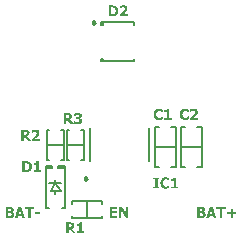
<source format=gto>
G04*
G04 #@! TF.GenerationSoftware,Altium Limited,Altium Designer,19.1.8 (144)*
G04*
G04 Layer_Color=65535*
%FSLAX25Y25*%
%MOIN*%
G70*
G01*
G75*
%ADD10C,0.00984*%
%ADD11C,0.00787*%
%ADD12C,0.00591*%
G36*
X63401Y51372D02*
X63461D01*
X63526Y51367D01*
X63656Y51352D01*
X63666D01*
X63686Y51347D01*
X63721Y51342D01*
X63766Y51332D01*
X63816Y51322D01*
X63871Y51312D01*
X63991Y51282D01*
X63996D01*
X64011Y51277D01*
X64036Y51267D01*
X64071Y51257D01*
X64111Y51242D01*
X64156Y51227D01*
X64256Y51182D01*
X64261Y51177D01*
X64281Y51172D01*
X64306Y51162D01*
X64341Y51147D01*
X64421Y51112D01*
X64461Y51092D01*
X64496Y51072D01*
Y50217D01*
X64401D01*
X64396Y50222D01*
X64391Y50227D01*
X64376Y50237D01*
X64356Y50257D01*
X64306Y50297D01*
X64236Y50352D01*
X64231Y50357D01*
X64221Y50367D01*
X64196Y50382D01*
X64171Y50402D01*
X64136Y50427D01*
X64101Y50452D01*
X64011Y50512D01*
X64006Y50517D01*
X63991Y50527D01*
X63961Y50537D01*
X63931Y50557D01*
X63886Y50577D01*
X63841Y50597D01*
X63786Y50622D01*
X63731Y50642D01*
X63726Y50647D01*
X63706Y50652D01*
X63676Y50662D01*
X63636Y50672D01*
X63586Y50682D01*
X63536Y50687D01*
X63476Y50697D01*
X63381D01*
X63346Y50692D01*
X63296Y50687D01*
X63241Y50682D01*
X63181Y50672D01*
X63121Y50652D01*
X63056Y50632D01*
X63051Y50627D01*
X63031Y50622D01*
X62996Y50607D01*
X62956Y50582D01*
X62911Y50552D01*
X62856Y50517D01*
X62801Y50472D01*
X62746Y50417D01*
X62741Y50412D01*
X62726Y50392D01*
X62701Y50362D01*
X62666Y50322D01*
X62631Y50267D01*
X62596Y50202D01*
X62561Y50127D01*
X62526Y50042D01*
Y50037D01*
X62521Y50032D01*
X62516Y50017D01*
X62511Y50002D01*
X62501Y49952D01*
X62486Y49887D01*
X62466Y49802D01*
X62456Y49707D01*
X62446Y49602D01*
X62441Y49487D01*
Y49482D01*
Y49472D01*
Y49457D01*
Y49432D01*
X62446Y49402D01*
Y49367D01*
X62451Y49292D01*
X62461Y49202D01*
X62476Y49107D01*
X62496Y49012D01*
X62526Y48922D01*
X62531Y48912D01*
X62541Y48882D01*
X62561Y48842D01*
X62591Y48792D01*
X62621Y48732D01*
X62661Y48667D01*
X62711Y48607D01*
X62761Y48552D01*
X62766Y48547D01*
X62786Y48532D01*
X62816Y48507D01*
X62856Y48477D01*
X62901Y48447D01*
X62956Y48412D01*
X63016Y48382D01*
X63076Y48357D01*
X63086D01*
X63106Y48347D01*
X63141Y48337D01*
X63186Y48327D01*
X63236Y48317D01*
X63296Y48307D01*
X63356Y48302D01*
X63421Y48297D01*
X63451D01*
X63486Y48302D01*
X63531D01*
X63581Y48312D01*
X63641Y48322D01*
X63701Y48332D01*
X63761Y48352D01*
X63766Y48357D01*
X63791Y48362D01*
X63821Y48377D01*
X63856Y48392D01*
X63901Y48412D01*
X63946Y48432D01*
X63991Y48462D01*
X64036Y48487D01*
X64041Y48492D01*
X64056Y48502D01*
X64081Y48517D01*
X64111Y48532D01*
X64181Y48582D01*
X64251Y48637D01*
X64256Y48642D01*
X64266Y48652D01*
X64281Y48662D01*
X64306Y48682D01*
X64356Y48727D01*
X64411Y48777D01*
X64496D01*
Y47927D01*
X64491D01*
X64476Y47917D01*
X64456Y47907D01*
X64431Y47897D01*
X64396Y47877D01*
X64356Y47862D01*
X64261Y47817D01*
X64256D01*
X64241Y47807D01*
X64211Y47797D01*
X64181Y47782D01*
X64141Y47767D01*
X64096Y47752D01*
X63996Y47717D01*
X63991D01*
X63966Y47712D01*
X63936Y47702D01*
X63891Y47692D01*
X63841Y47682D01*
X63791Y47667D01*
X63676Y47647D01*
X63671D01*
X63651Y47642D01*
X63616Y47637D01*
X63571Y47632D01*
X63516Y47627D01*
X63446Y47622D01*
X63361Y47617D01*
X63236D01*
X63191Y47622D01*
X63136Y47627D01*
X63066Y47632D01*
X62986Y47642D01*
X62901Y47657D01*
X62806Y47677D01*
X62701Y47702D01*
X62596Y47737D01*
X62491Y47777D01*
X62381Y47822D01*
X62276Y47882D01*
X62171Y47947D01*
X62076Y48022D01*
X61981Y48107D01*
X61976Y48112D01*
X61961Y48132D01*
X61936Y48157D01*
X61906Y48197D01*
X61871Y48247D01*
X61831Y48307D01*
X61786Y48382D01*
X61746Y48462D01*
X61701Y48557D01*
X61656Y48662D01*
X61616Y48772D01*
X61581Y48897D01*
X61551Y49032D01*
X61526Y49177D01*
X61511Y49327D01*
X61506Y49492D01*
Y49497D01*
Y49502D01*
Y49532D01*
X61511Y49577D01*
X61516Y49637D01*
X61521Y49707D01*
X61531Y49792D01*
X61546Y49887D01*
X61566Y49987D01*
X61591Y50092D01*
X61621Y50207D01*
X61661Y50317D01*
X61706Y50432D01*
X61761Y50547D01*
X61826Y50657D01*
X61896Y50762D01*
X61981Y50862D01*
X61986Y50867D01*
X62001Y50882D01*
X62031Y50912D01*
X62071Y50942D01*
X62116Y50982D01*
X62176Y51027D01*
X62246Y51072D01*
X62321Y51122D01*
X62411Y51167D01*
X62506Y51212D01*
X62611Y51257D01*
X62726Y51297D01*
X62851Y51332D01*
X62981Y51357D01*
X63121Y51372D01*
X63271Y51377D01*
X63346D01*
X63401Y51372D01*
D02*
G37*
G36*
X66316D02*
X66371Y51367D01*
X66431Y51362D01*
X66501Y51352D01*
X66576Y51342D01*
X66731Y51307D01*
X66816Y51282D01*
X66896Y51257D01*
X66976Y51222D01*
X67051Y51182D01*
X67121Y51137D01*
X67186Y51087D01*
X67191Y51082D01*
X67201Y51072D01*
X67216Y51057D01*
X67241Y51037D01*
X67266Y51007D01*
X67291Y50972D01*
X67321Y50927D01*
X67356Y50882D01*
X67386Y50827D01*
X67416Y50767D01*
X67441Y50697D01*
X67471Y50627D01*
X67491Y50552D01*
X67506Y50467D01*
X67516Y50377D01*
X67521Y50282D01*
Y50277D01*
Y50267D01*
Y50252D01*
Y50227D01*
X67516Y50197D01*
X67511Y50162D01*
X67501Y50082D01*
X67481Y49982D01*
X67456Y49877D01*
X67416Y49762D01*
X67366Y49647D01*
Y49642D01*
X67361Y49632D01*
X67351Y49617D01*
X67336Y49592D01*
X67321Y49567D01*
X67301Y49532D01*
X67246Y49452D01*
X67176Y49352D01*
X67091Y49242D01*
X66986Y49122D01*
X66866Y48992D01*
X66856Y48982D01*
X66831Y48957D01*
X66786Y48912D01*
X66731Y48862D01*
X66666Y48802D01*
X66596Y48737D01*
X66441Y48602D01*
X66431Y48597D01*
X66406Y48577D01*
X66371Y48547D01*
X66326Y48512D01*
X66226Y48432D01*
X66181Y48397D01*
X66141Y48367D01*
X67681D01*
Y47687D01*
X65021D01*
Y48272D01*
X65026Y48277D01*
X65036Y48282D01*
X65056Y48297D01*
X65076Y48317D01*
X65106Y48342D01*
X65141Y48372D01*
X65221Y48437D01*
X65316Y48512D01*
X65416Y48597D01*
X65521Y48687D01*
X65626Y48777D01*
X65631Y48782D01*
X65636Y48787D01*
X65651Y48802D01*
X65671Y48817D01*
X65721Y48862D01*
X65786Y48922D01*
X65861Y48992D01*
X65941Y49072D01*
X66021Y49152D01*
X66101Y49232D01*
X66106Y49237D01*
X66111Y49247D01*
X66126Y49257D01*
X66146Y49277D01*
X66191Y49332D01*
X66251Y49397D01*
X66311Y49477D01*
X66376Y49557D01*
X66436Y49642D01*
X66486Y49722D01*
X66491Y49732D01*
X66506Y49757D01*
X66526Y49802D01*
X66546Y49857D01*
X66566Y49922D01*
X66586Y49992D01*
X66601Y50072D01*
X66606Y50157D01*
Y50162D01*
Y50167D01*
Y50197D01*
X66596Y50247D01*
X66586Y50302D01*
X66566Y50362D01*
X66541Y50427D01*
X66501Y50492D01*
X66451Y50547D01*
X66446Y50552D01*
X66426Y50567D01*
X66391Y50592D01*
X66341Y50617D01*
X66281Y50637D01*
X66211Y50662D01*
X66126Y50677D01*
X66031Y50682D01*
X65981D01*
X65946Y50677D01*
X65906Y50672D01*
X65866Y50667D01*
X65771Y50647D01*
X65766D01*
X65751Y50642D01*
X65726Y50632D01*
X65691Y50622D01*
X65656Y50612D01*
X65611Y50592D01*
X65521Y50557D01*
X65516D01*
X65501Y50547D01*
X65476Y50537D01*
X65446Y50522D01*
X65376Y50487D01*
X65306Y50442D01*
X65301D01*
X65291Y50432D01*
X65261Y50412D01*
X65216Y50387D01*
X65181Y50362D01*
X65111D01*
Y51147D01*
X65116Y51152D01*
X65141Y51162D01*
X65176Y51177D01*
X65226Y51192D01*
X65291Y51217D01*
X65376Y51242D01*
X65471Y51267D01*
X65586Y51297D01*
X65591D01*
X65601Y51302D01*
X65616Y51307D01*
X65641Y51312D01*
X65671Y51317D01*
X65706Y51322D01*
X65786Y51337D01*
X65881Y51352D01*
X65986Y51367D01*
X66096Y51372D01*
X66211Y51377D01*
X66271D01*
X66316Y51372D01*
D02*
G37*
G36*
X54720Y51352D02*
X54780D01*
X54845Y51347D01*
X54975Y51332D01*
X54985D01*
X55005Y51327D01*
X55040Y51322D01*
X55085Y51312D01*
X55135Y51302D01*
X55190Y51292D01*
X55310Y51262D01*
X55315D01*
X55330Y51257D01*
X55355Y51247D01*
X55390Y51237D01*
X55430Y51222D01*
X55475Y51207D01*
X55575Y51162D01*
X55580Y51157D01*
X55600Y51152D01*
X55625Y51142D01*
X55660Y51127D01*
X55740Y51092D01*
X55780Y51072D01*
X55815Y51052D01*
Y50197D01*
X55720D01*
X55715Y50202D01*
X55710Y50207D01*
X55695Y50217D01*
X55675Y50237D01*
X55625Y50277D01*
X55555Y50332D01*
X55550Y50337D01*
X55540Y50347D01*
X55515Y50362D01*
X55490Y50382D01*
X55455Y50407D01*
X55420Y50432D01*
X55330Y50492D01*
X55325Y50497D01*
X55310Y50507D01*
X55280Y50517D01*
X55250Y50537D01*
X55205Y50557D01*
X55160Y50577D01*
X55105Y50602D01*
X55050Y50622D01*
X55045Y50627D01*
X55025Y50632D01*
X54995Y50642D01*
X54955Y50652D01*
X54905Y50662D01*
X54855Y50667D01*
X54795Y50677D01*
X54700D01*
X54665Y50672D01*
X54615Y50667D01*
X54560Y50662D01*
X54500Y50652D01*
X54440Y50632D01*
X54375Y50612D01*
X54370Y50607D01*
X54350Y50602D01*
X54315Y50587D01*
X54275Y50562D01*
X54230Y50532D01*
X54175Y50497D01*
X54120Y50452D01*
X54065Y50397D01*
X54060Y50392D01*
X54045Y50372D01*
X54020Y50342D01*
X53985Y50302D01*
X53950Y50247D01*
X53915Y50182D01*
X53880Y50107D01*
X53845Y50022D01*
Y50017D01*
X53840Y50012D01*
X53835Y49997D01*
X53830Y49982D01*
X53820Y49932D01*
X53805Y49867D01*
X53785Y49782D01*
X53775Y49687D01*
X53765Y49582D01*
X53760Y49467D01*
Y49462D01*
Y49452D01*
Y49437D01*
Y49412D01*
X53765Y49382D01*
Y49347D01*
X53770Y49272D01*
X53780Y49182D01*
X53795Y49087D01*
X53815Y48992D01*
X53845Y48902D01*
X53850Y48892D01*
X53860Y48862D01*
X53880Y48822D01*
X53910Y48772D01*
X53940Y48712D01*
X53980Y48647D01*
X54030Y48587D01*
X54080Y48532D01*
X54085Y48527D01*
X54105Y48512D01*
X54135Y48487D01*
X54175Y48457D01*
X54220Y48427D01*
X54275Y48392D01*
X54335Y48362D01*
X54395Y48337D01*
X54405D01*
X54425Y48327D01*
X54460Y48317D01*
X54505Y48307D01*
X54555Y48297D01*
X54615Y48287D01*
X54675Y48282D01*
X54740Y48277D01*
X54770D01*
X54805Y48282D01*
X54850D01*
X54900Y48292D01*
X54960Y48302D01*
X55020Y48312D01*
X55080Y48332D01*
X55085Y48337D01*
X55110Y48342D01*
X55140Y48357D01*
X55175Y48372D01*
X55220Y48392D01*
X55265Y48412D01*
X55310Y48442D01*
X55355Y48467D01*
X55360Y48472D01*
X55375Y48482D01*
X55400Y48497D01*
X55430Y48512D01*
X55500Y48562D01*
X55570Y48617D01*
X55575Y48622D01*
X55585Y48632D01*
X55600Y48642D01*
X55625Y48662D01*
X55675Y48707D01*
X55730Y48757D01*
X55815D01*
Y47907D01*
X55810D01*
X55795Y47897D01*
X55775Y47887D01*
X55750Y47877D01*
X55715Y47857D01*
X55675Y47842D01*
X55580Y47797D01*
X55575D01*
X55560Y47787D01*
X55530Y47777D01*
X55500Y47762D01*
X55460Y47747D01*
X55415Y47732D01*
X55315Y47697D01*
X55310D01*
X55285Y47692D01*
X55255Y47682D01*
X55210Y47672D01*
X55160Y47662D01*
X55110Y47647D01*
X54995Y47627D01*
X54990D01*
X54970Y47622D01*
X54935Y47617D01*
X54890Y47612D01*
X54835Y47607D01*
X54765Y47602D01*
X54680Y47597D01*
X54555D01*
X54510Y47602D01*
X54455Y47607D01*
X54385Y47612D01*
X54305Y47622D01*
X54220Y47637D01*
X54125Y47657D01*
X54020Y47682D01*
X53915Y47717D01*
X53810Y47757D01*
X53700Y47802D01*
X53595Y47862D01*
X53490Y47927D01*
X53395Y48002D01*
X53300Y48087D01*
X53295Y48092D01*
X53280Y48112D01*
X53255Y48137D01*
X53225Y48177D01*
X53190Y48227D01*
X53150Y48287D01*
X53105Y48362D01*
X53065Y48442D01*
X53020Y48537D01*
X52975Y48642D01*
X52935Y48752D01*
X52900Y48877D01*
X52870Y49012D01*
X52845Y49157D01*
X52830Y49307D01*
X52825Y49472D01*
Y49477D01*
Y49482D01*
Y49512D01*
X52830Y49557D01*
X52835Y49617D01*
X52840Y49687D01*
X52850Y49772D01*
X52865Y49867D01*
X52885Y49967D01*
X52910Y50072D01*
X52940Y50187D01*
X52980Y50297D01*
X53025Y50412D01*
X53080Y50527D01*
X53145Y50637D01*
X53215Y50742D01*
X53300Y50842D01*
X53305Y50847D01*
X53320Y50862D01*
X53350Y50892D01*
X53390Y50922D01*
X53435Y50962D01*
X53495Y51007D01*
X53565Y51052D01*
X53640Y51102D01*
X53730Y51147D01*
X53825Y51192D01*
X53930Y51237D01*
X54045Y51277D01*
X54170Y51312D01*
X54300Y51337D01*
X54440Y51352D01*
X54590Y51357D01*
X54665D01*
X54720Y51352D01*
D02*
G37*
G36*
X58090Y48297D02*
X58835D01*
Y47667D01*
X56450D01*
Y48297D01*
X57210D01*
Y50207D01*
X56450D01*
Y50797D01*
X56510D01*
X56555Y50802D01*
X56605D01*
X56660Y50807D01*
X56780Y50817D01*
X56785D01*
X56810Y50822D01*
X56840Y50827D01*
X56875Y50832D01*
X56960Y50857D01*
X57005Y50872D01*
X57045Y50887D01*
X57050Y50892D01*
X57065Y50897D01*
X57085Y50912D01*
X57110Y50927D01*
X57170Y50977D01*
X57225Y51042D01*
X57230Y51047D01*
X57235Y51062D01*
X57245Y51082D01*
X57260Y51112D01*
X57270Y51147D01*
X57280Y51192D01*
X57290Y51237D01*
X57295Y51292D01*
X58090D01*
Y48297D01*
D02*
G37*
G36*
X27685Y49945D02*
X27760D01*
X27850Y49935D01*
X27945Y49925D01*
X28040Y49910D01*
X28130Y49890D01*
X28140D01*
X28170Y49880D01*
X28215Y49865D01*
X28270Y49850D01*
X28330Y49825D01*
X28400Y49800D01*
X28470Y49765D01*
X28535Y49730D01*
X28545Y49725D01*
X28565Y49710D01*
X28600Y49685D01*
X28640Y49650D01*
X28685Y49610D01*
X28730Y49560D01*
X28775Y49505D01*
X28810Y49440D01*
X28815Y49430D01*
X28825Y49410D01*
X28840Y49375D01*
X28860Y49325D01*
X28875Y49265D01*
X28890Y49200D01*
X28900Y49125D01*
X28905Y49045D01*
Y49040D01*
Y49030D01*
Y49015D01*
X28900Y48995D01*
X28895Y48935D01*
X28885Y48860D01*
X28860Y48775D01*
X28830Y48685D01*
X28785Y48595D01*
X28725Y48505D01*
X28715Y48495D01*
X28695Y48470D01*
X28655Y48430D01*
X28600Y48380D01*
X28530Y48330D01*
X28450Y48280D01*
X28360Y48240D01*
X28255Y48205D01*
Y48170D01*
X28260D01*
X28275Y48165D01*
X28305Y48160D01*
X28335Y48155D01*
X28375Y48145D01*
X28415Y48135D01*
X28505Y48105D01*
X28510D01*
X28525Y48095D01*
X28550Y48085D01*
X28580Y48070D01*
X28620Y48050D01*
X28660Y48025D01*
X28700Y47990D01*
X28745Y47955D01*
X28750Y47950D01*
X28765Y47940D01*
X28785Y47915D01*
X28810Y47890D01*
X28835Y47855D01*
X28870Y47810D01*
X28895Y47765D01*
X28925Y47710D01*
X28930Y47705D01*
X28935Y47685D01*
X28950Y47650D01*
X28965Y47610D01*
X28975Y47560D01*
X28990Y47495D01*
X28995Y47430D01*
X29000Y47355D01*
Y47350D01*
Y47345D01*
Y47330D01*
Y47310D01*
X28995Y47260D01*
X28990Y47195D01*
X28975Y47120D01*
X28960Y47040D01*
X28935Y46955D01*
X28900Y46870D01*
X28895Y46860D01*
X28880Y46835D01*
X28860Y46795D01*
X28825Y46740D01*
X28785Y46685D01*
X28735Y46620D01*
X28675Y46560D01*
X28610Y46500D01*
X28600Y46495D01*
X28575Y46475D01*
X28535Y46445D01*
X28485Y46415D01*
X28415Y46375D01*
X28340Y46335D01*
X28255Y46300D01*
X28160Y46265D01*
X28155D01*
X28150Y46260D01*
X28135D01*
X28115Y46255D01*
X28090Y46245D01*
X28060Y46240D01*
X27985Y46225D01*
X27895Y46210D01*
X27790Y46200D01*
X27670Y46190D01*
X27535Y46185D01*
X27425D01*
X27385Y46190D01*
X27335D01*
X27285Y46195D01*
X27170Y46200D01*
X27050Y46215D01*
X26925Y46230D01*
X26805Y46255D01*
X26800D01*
X26790Y46260D01*
X26775D01*
X26755Y46265D01*
X26700Y46280D01*
X26630Y46300D01*
X26555Y46325D01*
X26475Y46350D01*
X26395Y46380D01*
X26320Y46410D01*
Y47195D01*
X26405D01*
X26415Y47190D01*
X26440Y47175D01*
X26480Y47150D01*
X26540Y47120D01*
X26605Y47085D01*
X26685Y47045D01*
X26775Y47005D01*
X26870Y46970D01*
X26875D01*
X26880Y46965D01*
X26895Y46960D01*
X26915Y46955D01*
X26965Y46940D01*
X27035Y46925D01*
X27110Y46910D01*
X27190Y46895D01*
X27275Y46885D01*
X27360Y46880D01*
X27410D01*
X27445Y46885D01*
X27490D01*
X27535Y46890D01*
X27645Y46900D01*
X27650D01*
X27670Y46905D01*
X27700Y46910D01*
X27735Y46925D01*
X27820Y46955D01*
X27865Y46980D01*
X27905Y47005D01*
X27910Y47010D01*
X27920Y47015D01*
X27935Y47030D01*
X27955Y47045D01*
X28000Y47095D01*
X28040Y47155D01*
Y47160D01*
X28050Y47170D01*
X28055Y47190D01*
X28065Y47220D01*
X28075Y47255D01*
X28080Y47300D01*
X28090Y47350D01*
Y47410D01*
Y47415D01*
Y47435D01*
X28085Y47465D01*
X28080Y47500D01*
X28070Y47540D01*
X28060Y47580D01*
X28040Y47620D01*
X28015Y47655D01*
X28010Y47660D01*
X28000Y47670D01*
X27985Y47685D01*
X27965Y47705D01*
X27940Y47725D01*
X27910Y47750D01*
X27830Y47785D01*
X27825D01*
X27810Y47790D01*
X27785Y47800D01*
X27750Y47810D01*
X27710Y47815D01*
X27665Y47825D01*
X27610Y47830D01*
X27550Y47835D01*
X27490D01*
X27455Y47840D01*
X27110D01*
Y48470D01*
X27350D01*
X27395Y48475D01*
X27445D01*
X27550Y48480D01*
X27555D01*
X27575Y48485D01*
X27600D01*
X27630Y48495D01*
X27710Y48510D01*
X27785Y48540D01*
X27790D01*
X27800Y48550D01*
X27820Y48560D01*
X27840Y48575D01*
X27895Y48610D01*
X27940Y48665D01*
X27945Y48670D01*
X27950Y48680D01*
X27960Y48700D01*
X27970Y48725D01*
X27980Y48760D01*
X27985Y48800D01*
X27995Y48845D01*
Y48895D01*
Y48900D01*
Y48915D01*
X27990Y48930D01*
Y48955D01*
X27970Y49015D01*
X27960Y49045D01*
X27940Y49070D01*
Y49075D01*
X27930Y49080D01*
X27905Y49110D01*
X27865Y49145D01*
X27815Y49180D01*
X27810D01*
X27800Y49185D01*
X27780Y49195D01*
X27760Y49205D01*
X27730Y49215D01*
X27695Y49225D01*
X27610Y49240D01*
X27605D01*
X27590Y49245D01*
X27570D01*
X27545Y49250D01*
X27480Y49255D01*
X27365D01*
X27330Y49250D01*
X27290Y49245D01*
X27240Y49240D01*
X27140Y49220D01*
X27135D01*
X27115Y49215D01*
X27090Y49210D01*
X27055Y49200D01*
X27015Y49185D01*
X26970Y49175D01*
X26875Y49140D01*
X26870D01*
X26860Y49135D01*
X26835Y49125D01*
X26810Y49115D01*
X26780Y49100D01*
X26740Y49080D01*
X26660Y49040D01*
X26655D01*
X26640Y49030D01*
X26625Y49020D01*
X26600Y49005D01*
X26545Y48975D01*
X26520Y48965D01*
X26500Y48950D01*
X26425D01*
Y49720D01*
X26435Y49725D01*
X26460Y49735D01*
X26500Y49750D01*
X26555Y49770D01*
X26630Y49795D01*
X26715Y49820D01*
X26815Y49845D01*
X26925Y49875D01*
X26930D01*
X26940Y49880D01*
X26955D01*
X26980Y49885D01*
X27010Y49895D01*
X27040Y49900D01*
X27125Y49915D01*
X27220Y49925D01*
X27330Y49940D01*
X27450Y49945D01*
X27570Y49950D01*
X27655D01*
X27685Y49945D01*
D02*
G37*
G36*
X24465Y49870D02*
X24545Y49865D01*
X24630Y49860D01*
X24720Y49850D01*
X24805Y49835D01*
X24815D01*
X24845Y49825D01*
X24885Y49815D01*
X24940Y49800D01*
X25005Y49780D01*
X25075Y49755D01*
X25150Y49720D01*
X25220Y49680D01*
X25230Y49675D01*
X25250Y49660D01*
X25290Y49630D01*
X25330Y49595D01*
X25380Y49550D01*
X25435Y49495D01*
X25485Y49435D01*
X25530Y49365D01*
X25535Y49355D01*
X25550Y49330D01*
X25565Y49290D01*
X25590Y49235D01*
X25610Y49165D01*
X25625Y49080D01*
X25640Y48985D01*
X25645Y48880D01*
Y48875D01*
Y48860D01*
Y48840D01*
X25640Y48810D01*
Y48775D01*
X25635Y48735D01*
X25620Y48640D01*
X25600Y48535D01*
X25565Y48420D01*
X25520Y48310D01*
X25455Y48205D01*
Y48200D01*
X25445Y48195D01*
X25435Y48180D01*
X25420Y48160D01*
X25380Y48115D01*
X25325Y48055D01*
X25250Y47990D01*
X25165Y47925D01*
X25065Y47855D01*
X24955Y47795D01*
X26175Y46260D01*
X25065D01*
X24060Y47585D01*
X23740D01*
Y46260D01*
X22835D01*
Y49875D01*
X24390D01*
X24465Y49870D01*
D02*
G37*
G36*
X13556Y44433D02*
X13611Y44428D01*
X13671Y44423D01*
X13741Y44413D01*
X13816Y44403D01*
X13971Y44368D01*
X14056Y44343D01*
X14136Y44318D01*
X14216Y44283D01*
X14291Y44243D01*
X14361Y44198D01*
X14426Y44148D01*
X14431Y44143D01*
X14441Y44133D01*
X14456Y44118D01*
X14481Y44098D01*
X14506Y44068D01*
X14531Y44033D01*
X14561Y43988D01*
X14596Y43943D01*
X14626Y43888D01*
X14656Y43828D01*
X14681Y43758D01*
X14711Y43688D01*
X14731Y43613D01*
X14746Y43528D01*
X14756Y43438D01*
X14761Y43343D01*
Y43338D01*
Y43328D01*
Y43313D01*
Y43288D01*
X14756Y43258D01*
X14751Y43223D01*
X14741Y43143D01*
X14721Y43043D01*
X14696Y42938D01*
X14656Y42823D01*
X14606Y42708D01*
Y42703D01*
X14601Y42693D01*
X14591Y42678D01*
X14576Y42653D01*
X14561Y42628D01*
X14541Y42593D01*
X14486Y42513D01*
X14416Y42413D01*
X14331Y42303D01*
X14226Y42183D01*
X14106Y42053D01*
X14096Y42043D01*
X14071Y42018D01*
X14026Y41973D01*
X13971Y41923D01*
X13906Y41863D01*
X13836Y41798D01*
X13681Y41663D01*
X13671Y41658D01*
X13646Y41638D01*
X13611Y41608D01*
X13566Y41573D01*
X13466Y41493D01*
X13421Y41458D01*
X13381Y41428D01*
X14921D01*
Y40748D01*
X12261D01*
Y41333D01*
X12266Y41338D01*
X12276Y41343D01*
X12296Y41358D01*
X12316Y41378D01*
X12346Y41403D01*
X12381Y41433D01*
X12461Y41498D01*
X12556Y41573D01*
X12656Y41658D01*
X12761Y41748D01*
X12866Y41838D01*
X12871Y41843D01*
X12876Y41848D01*
X12891Y41863D01*
X12911Y41878D01*
X12961Y41923D01*
X13026Y41983D01*
X13101Y42053D01*
X13181Y42133D01*
X13261Y42213D01*
X13341Y42293D01*
X13346Y42298D01*
X13351Y42308D01*
X13366Y42318D01*
X13386Y42338D01*
X13431Y42393D01*
X13491Y42458D01*
X13551Y42538D01*
X13616Y42618D01*
X13676Y42703D01*
X13726Y42783D01*
X13731Y42793D01*
X13746Y42818D01*
X13766Y42863D01*
X13786Y42918D01*
X13806Y42983D01*
X13826Y43053D01*
X13841Y43133D01*
X13846Y43218D01*
Y43223D01*
Y43228D01*
Y43258D01*
X13836Y43308D01*
X13826Y43363D01*
X13806Y43423D01*
X13781Y43488D01*
X13741Y43553D01*
X13691Y43608D01*
X13686Y43613D01*
X13666Y43628D01*
X13631Y43653D01*
X13581Y43678D01*
X13521Y43698D01*
X13451Y43723D01*
X13366Y43738D01*
X13271Y43743D01*
X13221D01*
X13186Y43738D01*
X13146Y43733D01*
X13106Y43728D01*
X13011Y43708D01*
X13006D01*
X12991Y43703D01*
X12966Y43693D01*
X12931Y43683D01*
X12896Y43673D01*
X12851Y43653D01*
X12761Y43618D01*
X12756D01*
X12741Y43608D01*
X12716Y43598D01*
X12686Y43583D01*
X12616Y43548D01*
X12546Y43503D01*
X12541D01*
X12531Y43493D01*
X12501Y43473D01*
X12456Y43448D01*
X12421Y43423D01*
X12351D01*
Y44208D01*
X12356Y44213D01*
X12381Y44223D01*
X12416Y44238D01*
X12466Y44253D01*
X12531Y44278D01*
X12616Y44303D01*
X12711Y44328D01*
X12826Y44358D01*
X12831D01*
X12841Y44363D01*
X12856Y44368D01*
X12881Y44373D01*
X12911Y44378D01*
X12946Y44383D01*
X13026Y44398D01*
X13121Y44413D01*
X13226Y44428D01*
X13336Y44433D01*
X13451Y44438D01*
X13511D01*
X13556Y44433D01*
D02*
G37*
G36*
X10291Y44358D02*
X10371Y44353D01*
X10456Y44348D01*
X10546Y44338D01*
X10631Y44323D01*
X10641D01*
X10671Y44313D01*
X10711Y44303D01*
X10766Y44288D01*
X10831Y44268D01*
X10901Y44243D01*
X10976Y44208D01*
X11046Y44168D01*
X11056Y44163D01*
X11076Y44148D01*
X11116Y44118D01*
X11156Y44083D01*
X11206Y44038D01*
X11261Y43983D01*
X11311Y43923D01*
X11356Y43853D01*
X11361Y43843D01*
X11376Y43818D01*
X11391Y43778D01*
X11416Y43723D01*
X11436Y43653D01*
X11451Y43568D01*
X11466Y43473D01*
X11471Y43368D01*
Y43363D01*
Y43348D01*
Y43328D01*
X11466Y43298D01*
Y43263D01*
X11461Y43223D01*
X11446Y43128D01*
X11426Y43023D01*
X11391Y42908D01*
X11346Y42798D01*
X11281Y42693D01*
Y42688D01*
X11271Y42683D01*
X11261Y42668D01*
X11246Y42648D01*
X11206Y42603D01*
X11151Y42543D01*
X11076Y42478D01*
X10991Y42413D01*
X10891Y42343D01*
X10781Y42283D01*
X12001Y40748D01*
X10891D01*
X9886Y42073D01*
X9566D01*
Y40748D01*
X8661D01*
Y44363D01*
X10216D01*
X10291Y44358D01*
D02*
G37*
G36*
X28972Y10473D02*
X29717D01*
Y9843D01*
X27332D01*
Y10473D01*
X28092D01*
Y12382D01*
X27332D01*
Y12972D01*
X27392D01*
X27437Y12978D01*
X27487D01*
X27542Y12982D01*
X27662Y12992D01*
X27667D01*
X27692Y12998D01*
X27722Y13002D01*
X27757Y13007D01*
X27842Y13033D01*
X27887Y13047D01*
X27927Y13062D01*
X27932Y13068D01*
X27947Y13072D01*
X27967Y13088D01*
X27992Y13103D01*
X28052Y13152D01*
X28107Y13217D01*
X28112Y13223D01*
X28117Y13238D01*
X28127Y13258D01*
X28142Y13287D01*
X28152Y13322D01*
X28162Y13367D01*
X28172Y13412D01*
X28177Y13467D01*
X28972D01*
Y10473D01*
D02*
G37*
G36*
X25252Y13453D02*
X25332Y13447D01*
X25417Y13442D01*
X25507Y13432D01*
X25592Y13418D01*
X25602D01*
X25632Y13408D01*
X25672Y13397D01*
X25727Y13383D01*
X25792Y13363D01*
X25862Y13338D01*
X25937Y13303D01*
X26007Y13262D01*
X26017Y13258D01*
X26037Y13242D01*
X26077Y13213D01*
X26117Y13178D01*
X26167Y13133D01*
X26222Y13078D01*
X26272Y13017D01*
X26317Y12947D01*
X26322Y12937D01*
X26337Y12912D01*
X26352Y12873D01*
X26377Y12818D01*
X26397Y12747D01*
X26412Y12663D01*
X26427Y12567D01*
X26432Y12462D01*
Y12457D01*
Y12443D01*
Y12422D01*
X26427Y12393D01*
Y12358D01*
X26422Y12318D01*
X26407Y12223D01*
X26387Y12117D01*
X26352Y12003D01*
X26307Y11892D01*
X26242Y11788D01*
Y11783D01*
X26232Y11778D01*
X26222Y11762D01*
X26207Y11743D01*
X26167Y11698D01*
X26112Y11637D01*
X26037Y11573D01*
X25952Y11507D01*
X25852Y11438D01*
X25742Y11377D01*
X26962Y9843D01*
X25852D01*
X24847Y11168D01*
X24527D01*
Y9843D01*
X23622D01*
Y13457D01*
X25177D01*
X25252Y13453D01*
D02*
G37*
G36*
X14898Y16221D02*
X13288D01*
Y16891D01*
X14898D01*
Y16221D01*
D02*
G37*
G36*
X13028Y17886D02*
X11958D01*
Y14961D01*
X11048D01*
Y17886D01*
X9978D01*
Y18576D01*
X13028D01*
Y17886D01*
D02*
G37*
G36*
X9993Y14961D02*
X9058D01*
X8833Y15696D01*
X7693D01*
X7468Y14961D01*
X6563D01*
X7783Y18576D01*
X8768D01*
X9993Y14961D01*
D02*
G37*
G36*
X5043Y18571D02*
X5138Y18566D01*
X5238Y18561D01*
X5333Y18551D01*
X5418Y18541D01*
X5428D01*
X5453Y18536D01*
X5493Y18526D01*
X5543Y18516D01*
X5603Y18496D01*
X5668Y18476D01*
X5733Y18451D01*
X5803Y18416D01*
X5813Y18411D01*
X5833Y18396D01*
X5868Y18376D01*
X5913Y18341D01*
X5958Y18301D01*
X6008Y18256D01*
X6053Y18196D01*
X6093Y18136D01*
X6098Y18126D01*
X6108Y18106D01*
X6123Y18071D01*
X6143Y18021D01*
X6163Y17961D01*
X6178Y17891D01*
X6188Y17816D01*
X6193Y17731D01*
Y17726D01*
Y17721D01*
Y17706D01*
Y17686D01*
X6188Y17636D01*
X6178Y17571D01*
X6158Y17501D01*
X6138Y17421D01*
X6103Y17341D01*
X6058Y17261D01*
X6053Y17251D01*
X6033Y17226D01*
X6003Y17191D01*
X5963Y17146D01*
X5913Y17096D01*
X5848Y17046D01*
X5778Y16996D01*
X5693Y16956D01*
Y16936D01*
X5698D01*
X5708Y16931D01*
X5723Y16926D01*
X5748Y16921D01*
X5778Y16911D01*
X5808Y16901D01*
X5888Y16876D01*
X5973Y16836D01*
X6058Y16786D01*
X6148Y16721D01*
X6228Y16646D01*
X6238Y16636D01*
X6258Y16606D01*
X6293Y16561D01*
X6333Y16491D01*
X6368Y16411D01*
X6403Y16311D01*
X6423Y16196D01*
X6433Y16066D01*
Y16061D01*
Y16056D01*
Y16041D01*
Y16021D01*
X6428Y15971D01*
X6418Y15906D01*
X6408Y15831D01*
X6388Y15751D01*
X6363Y15671D01*
X6328Y15591D01*
X6323Y15581D01*
X6308Y15556D01*
X6288Y15521D01*
X6258Y15471D01*
X6218Y15421D01*
X6168Y15361D01*
X6113Y15306D01*
X6053Y15256D01*
X6043Y15251D01*
X6018Y15231D01*
X5978Y15201D01*
X5923Y15166D01*
X5858Y15131D01*
X5783Y15091D01*
X5698Y15056D01*
X5608Y15026D01*
X5603D01*
X5598Y15021D01*
X5583D01*
X5563Y15016D01*
X5538Y15011D01*
X5513Y15006D01*
X5438Y14996D01*
X5348Y14981D01*
X5243Y14971D01*
X5123Y14966D01*
X4988Y14961D01*
X3543D01*
Y18576D01*
X4953D01*
X5043Y18571D01*
D02*
G37*
G36*
X44344Y14961D02*
X43469D01*
X42079Y17481D01*
Y14961D01*
X41249D01*
Y18576D01*
X42359D01*
X43514Y16501D01*
Y18576D01*
X44344D01*
Y14961D01*
D02*
G37*
G36*
X40634Y17886D02*
X39094D01*
Y17251D01*
X40514D01*
Y16561D01*
X39094D01*
Y15651D01*
X40634D01*
Y14961D01*
X38189D01*
Y18576D01*
X40634D01*
Y17886D01*
D02*
G37*
G36*
X79158Y16866D02*
X80398D01*
Y16241D01*
X79158D01*
Y15001D01*
X78518D01*
Y16241D01*
X77278D01*
Y16866D01*
X78518D01*
Y18106D01*
X79158D01*
Y16866D01*
D02*
G37*
G36*
X76808Y17886D02*
X75738D01*
Y14961D01*
X74828D01*
Y17886D01*
X73758D01*
Y18576D01*
X76808D01*
Y17886D01*
D02*
G37*
G36*
X73773Y14961D02*
X72838D01*
X72613Y15696D01*
X71473D01*
X71248Y14961D01*
X70343D01*
X71563Y18576D01*
X72548D01*
X73773Y14961D01*
D02*
G37*
G36*
X68823Y18571D02*
X68918Y18566D01*
X69018Y18561D01*
X69113Y18551D01*
X69198Y18541D01*
X69208D01*
X69233Y18536D01*
X69273Y18526D01*
X69323Y18516D01*
X69383Y18496D01*
X69448Y18476D01*
X69513Y18451D01*
X69583Y18416D01*
X69593Y18411D01*
X69613Y18396D01*
X69648Y18376D01*
X69693Y18341D01*
X69738Y18301D01*
X69788Y18256D01*
X69833Y18196D01*
X69873Y18136D01*
X69878Y18126D01*
X69888Y18106D01*
X69903Y18071D01*
X69923Y18021D01*
X69943Y17961D01*
X69958Y17891D01*
X69968Y17816D01*
X69973Y17731D01*
Y17726D01*
Y17721D01*
Y17706D01*
Y17686D01*
X69968Y17636D01*
X69958Y17571D01*
X69938Y17501D01*
X69918Y17421D01*
X69883Y17341D01*
X69838Y17261D01*
X69833Y17251D01*
X69813Y17226D01*
X69783Y17191D01*
X69743Y17146D01*
X69693Y17096D01*
X69628Y17046D01*
X69558Y16996D01*
X69473Y16956D01*
Y16936D01*
X69478D01*
X69488Y16931D01*
X69503Y16926D01*
X69528Y16921D01*
X69558Y16911D01*
X69588Y16901D01*
X69668Y16876D01*
X69753Y16836D01*
X69838Y16786D01*
X69928Y16721D01*
X70008Y16646D01*
X70018Y16636D01*
X70038Y16606D01*
X70073Y16561D01*
X70113Y16491D01*
X70148Y16411D01*
X70183Y16311D01*
X70203Y16196D01*
X70213Y16066D01*
Y16061D01*
Y16056D01*
Y16041D01*
Y16021D01*
X70208Y15971D01*
X70198Y15906D01*
X70188Y15831D01*
X70168Y15751D01*
X70143Y15671D01*
X70108Y15591D01*
X70103Y15581D01*
X70088Y15556D01*
X70068Y15521D01*
X70038Y15471D01*
X69998Y15421D01*
X69948Y15361D01*
X69893Y15306D01*
X69833Y15256D01*
X69823Y15251D01*
X69798Y15231D01*
X69758Y15201D01*
X69703Y15166D01*
X69638Y15131D01*
X69563Y15091D01*
X69478Y15056D01*
X69388Y15026D01*
X69383D01*
X69378Y15021D01*
X69363D01*
X69343Y15016D01*
X69318Y15011D01*
X69293Y15006D01*
X69218Y14996D01*
X69128Y14981D01*
X69023Y14971D01*
X68903Y14966D01*
X68768Y14961D01*
X67323D01*
Y18576D01*
X68733D01*
X68823Y18571D01*
D02*
G37*
G36*
X56986Y28488D02*
X57046D01*
X57111Y28483D01*
X57241Y28468D01*
X57251D01*
X57271Y28463D01*
X57306Y28458D01*
X57351Y28448D01*
X57401Y28438D01*
X57456Y28428D01*
X57576Y28398D01*
X57581D01*
X57596Y28393D01*
X57621Y28383D01*
X57656Y28373D01*
X57696Y28358D01*
X57741Y28343D01*
X57841Y28298D01*
X57846Y28293D01*
X57866Y28288D01*
X57891Y28278D01*
X57926Y28263D01*
X58006Y28228D01*
X58046Y28208D01*
X58081Y28188D01*
Y27333D01*
X57986D01*
X57981Y27338D01*
X57976Y27343D01*
X57961Y27353D01*
X57941Y27373D01*
X57891Y27413D01*
X57821Y27468D01*
X57816Y27473D01*
X57806Y27483D01*
X57781Y27498D01*
X57756Y27518D01*
X57721Y27543D01*
X57686Y27568D01*
X57596Y27628D01*
X57591Y27633D01*
X57576Y27643D01*
X57546Y27653D01*
X57516Y27673D01*
X57471Y27693D01*
X57426Y27713D01*
X57371Y27738D01*
X57316Y27758D01*
X57311Y27763D01*
X57291Y27768D01*
X57261Y27778D01*
X57221Y27788D01*
X57171Y27798D01*
X57121Y27803D01*
X57061Y27813D01*
X56966D01*
X56931Y27808D01*
X56881Y27803D01*
X56826Y27798D01*
X56766Y27788D01*
X56706Y27768D01*
X56641Y27748D01*
X56636Y27743D01*
X56616Y27738D01*
X56581Y27723D01*
X56541Y27698D01*
X56496Y27668D01*
X56441Y27633D01*
X56386Y27588D01*
X56331Y27533D01*
X56326Y27528D01*
X56311Y27508D01*
X56286Y27478D01*
X56251Y27438D01*
X56216Y27383D01*
X56181Y27318D01*
X56146Y27243D01*
X56111Y27158D01*
Y27153D01*
X56106Y27148D01*
X56101Y27133D01*
X56096Y27118D01*
X56086Y27068D01*
X56071Y27003D01*
X56051Y26918D01*
X56041Y26823D01*
X56031Y26718D01*
X56026Y26603D01*
Y26598D01*
Y26588D01*
Y26573D01*
Y26548D01*
X56031Y26518D01*
Y26483D01*
X56036Y26408D01*
X56046Y26318D01*
X56061Y26223D01*
X56081Y26128D01*
X56111Y26038D01*
X56116Y26028D01*
X56126Y25998D01*
X56146Y25958D01*
X56176Y25908D01*
X56206Y25848D01*
X56246Y25783D01*
X56296Y25723D01*
X56346Y25668D01*
X56351Y25663D01*
X56371Y25648D01*
X56401Y25623D01*
X56441Y25593D01*
X56486Y25563D01*
X56541Y25528D01*
X56601Y25498D01*
X56661Y25473D01*
X56671D01*
X56691Y25463D01*
X56726Y25453D01*
X56771Y25443D01*
X56821Y25433D01*
X56881Y25423D01*
X56941Y25418D01*
X57006Y25413D01*
X57036D01*
X57071Y25418D01*
X57116D01*
X57166Y25428D01*
X57226Y25438D01*
X57286Y25448D01*
X57346Y25468D01*
X57351Y25473D01*
X57376Y25478D01*
X57406Y25493D01*
X57441Y25508D01*
X57486Y25528D01*
X57531Y25548D01*
X57576Y25578D01*
X57621Y25603D01*
X57626Y25608D01*
X57641Y25618D01*
X57666Y25633D01*
X57696Y25648D01*
X57766Y25698D01*
X57836Y25753D01*
X57841Y25758D01*
X57851Y25768D01*
X57866Y25778D01*
X57891Y25798D01*
X57941Y25843D01*
X57996Y25893D01*
X58081D01*
Y25043D01*
X58076D01*
X58061Y25033D01*
X58041Y25023D01*
X58016Y25013D01*
X57981Y24993D01*
X57941Y24978D01*
X57846Y24933D01*
X57841D01*
X57826Y24923D01*
X57796Y24913D01*
X57766Y24898D01*
X57726Y24883D01*
X57681Y24868D01*
X57581Y24833D01*
X57576D01*
X57551Y24828D01*
X57521Y24818D01*
X57476Y24808D01*
X57426Y24798D01*
X57376Y24783D01*
X57261Y24763D01*
X57256D01*
X57236Y24758D01*
X57201Y24753D01*
X57156Y24748D01*
X57101Y24743D01*
X57031Y24738D01*
X56946Y24733D01*
X56821D01*
X56776Y24738D01*
X56721Y24743D01*
X56651Y24748D01*
X56571Y24758D01*
X56486Y24773D01*
X56391Y24793D01*
X56286Y24818D01*
X56181Y24853D01*
X56076Y24893D01*
X55966Y24938D01*
X55861Y24998D01*
X55756Y25063D01*
X55661Y25138D01*
X55566Y25223D01*
X55561Y25228D01*
X55546Y25248D01*
X55521Y25273D01*
X55491Y25313D01*
X55456Y25363D01*
X55416Y25423D01*
X55371Y25498D01*
X55331Y25578D01*
X55286Y25673D01*
X55241Y25778D01*
X55201Y25888D01*
X55166Y26013D01*
X55136Y26148D01*
X55111Y26293D01*
X55096Y26443D01*
X55091Y26608D01*
Y26613D01*
Y26618D01*
Y26648D01*
X55096Y26693D01*
X55101Y26753D01*
X55106Y26823D01*
X55116Y26908D01*
X55131Y27003D01*
X55151Y27103D01*
X55176Y27208D01*
X55206Y27323D01*
X55246Y27433D01*
X55291Y27548D01*
X55346Y27663D01*
X55411Y27773D01*
X55481Y27878D01*
X55566Y27978D01*
X55571Y27983D01*
X55586Y27998D01*
X55616Y28028D01*
X55656Y28058D01*
X55701Y28098D01*
X55761Y28143D01*
X55831Y28188D01*
X55906Y28238D01*
X55996Y28283D01*
X56091Y28328D01*
X56196Y28373D01*
X56311Y28413D01*
X56436Y28448D01*
X56566Y28473D01*
X56706Y28488D01*
X56856Y28493D01*
X56931D01*
X56986Y28488D01*
D02*
G37*
G36*
X60356Y25433D02*
X61101D01*
Y24803D01*
X58716D01*
Y25433D01*
X59476D01*
Y27343D01*
X58716D01*
Y27933D01*
X58776D01*
X58821Y27938D01*
X58871D01*
X58926Y27943D01*
X59046Y27953D01*
X59051D01*
X59076Y27958D01*
X59106Y27963D01*
X59141Y27968D01*
X59226Y27993D01*
X59271Y28008D01*
X59311Y28023D01*
X59316Y28028D01*
X59331Y28033D01*
X59351Y28048D01*
X59376Y28063D01*
X59436Y28113D01*
X59491Y28178D01*
X59496Y28183D01*
X59501Y28198D01*
X59511Y28218D01*
X59526Y28248D01*
X59536Y28283D01*
X59546Y28328D01*
X59556Y28373D01*
X59561Y28428D01*
X60356D01*
Y25433D01*
D02*
G37*
G36*
X54706Y27788D02*
X54186D01*
Y25433D01*
X54706D01*
Y24803D01*
X52756D01*
Y25433D01*
X53276D01*
Y27788D01*
X52756D01*
Y28418D01*
X54706D01*
Y27788D01*
D02*
G37*
G36*
X42885Y85870D02*
X42940Y85865D01*
X43000Y85860D01*
X43070Y85850D01*
X43145Y85840D01*
X43300Y85805D01*
X43385Y85780D01*
X43465Y85755D01*
X43545Y85720D01*
X43620Y85680D01*
X43690Y85635D01*
X43755Y85585D01*
X43760Y85580D01*
X43770Y85570D01*
X43785Y85555D01*
X43810Y85535D01*
X43835Y85505D01*
X43860Y85470D01*
X43890Y85425D01*
X43925Y85380D01*
X43955Y85325D01*
X43985Y85265D01*
X44010Y85195D01*
X44040Y85125D01*
X44060Y85050D01*
X44075Y84965D01*
X44085Y84875D01*
X44090Y84780D01*
Y84775D01*
Y84765D01*
Y84750D01*
Y84725D01*
X44085Y84695D01*
X44080Y84660D01*
X44070Y84580D01*
X44050Y84480D01*
X44025Y84375D01*
X43985Y84260D01*
X43935Y84145D01*
Y84140D01*
X43930Y84130D01*
X43920Y84115D01*
X43905Y84090D01*
X43890Y84065D01*
X43870Y84030D01*
X43815Y83950D01*
X43745Y83850D01*
X43660Y83740D01*
X43555Y83620D01*
X43435Y83490D01*
X43425Y83480D01*
X43400Y83455D01*
X43355Y83410D01*
X43300Y83360D01*
X43235Y83300D01*
X43165Y83235D01*
X43010Y83100D01*
X43000Y83095D01*
X42975Y83075D01*
X42940Y83045D01*
X42895Y83010D01*
X42795Y82930D01*
X42750Y82895D01*
X42710Y82865D01*
X44250D01*
Y82185D01*
X41590D01*
Y82770D01*
X41595Y82775D01*
X41605Y82780D01*
X41625Y82795D01*
X41645Y82815D01*
X41675Y82840D01*
X41710Y82870D01*
X41790Y82935D01*
X41885Y83010D01*
X41985Y83095D01*
X42090Y83185D01*
X42195Y83275D01*
X42200Y83280D01*
X42205Y83285D01*
X42220Y83300D01*
X42240Y83315D01*
X42290Y83360D01*
X42355Y83420D01*
X42430Y83490D01*
X42510Y83570D01*
X42590Y83650D01*
X42670Y83730D01*
X42675Y83735D01*
X42680Y83745D01*
X42695Y83755D01*
X42715Y83775D01*
X42760Y83830D01*
X42820Y83895D01*
X42880Y83975D01*
X42945Y84055D01*
X43005Y84140D01*
X43055Y84220D01*
X43060Y84230D01*
X43075Y84255D01*
X43095Y84300D01*
X43115Y84355D01*
X43135Y84420D01*
X43155Y84490D01*
X43170Y84570D01*
X43175Y84655D01*
Y84660D01*
Y84665D01*
Y84695D01*
X43165Y84745D01*
X43155Y84800D01*
X43135Y84860D01*
X43110Y84925D01*
X43070Y84990D01*
X43020Y85045D01*
X43015Y85050D01*
X42995Y85065D01*
X42960Y85090D01*
X42910Y85115D01*
X42850Y85135D01*
X42780Y85160D01*
X42695Y85175D01*
X42600Y85180D01*
X42550D01*
X42515Y85175D01*
X42475Y85170D01*
X42435Y85165D01*
X42340Y85145D01*
X42335D01*
X42320Y85140D01*
X42295Y85130D01*
X42260Y85120D01*
X42225Y85110D01*
X42180Y85090D01*
X42090Y85055D01*
X42085D01*
X42070Y85045D01*
X42045Y85035D01*
X42015Y85020D01*
X41945Y84985D01*
X41875Y84940D01*
X41870D01*
X41860Y84930D01*
X41830Y84910D01*
X41785Y84885D01*
X41750Y84860D01*
X41680D01*
Y85645D01*
X41685Y85650D01*
X41710Y85660D01*
X41745Y85675D01*
X41795Y85690D01*
X41860Y85715D01*
X41945Y85740D01*
X42040Y85765D01*
X42155Y85795D01*
X42160D01*
X42170Y85800D01*
X42185Y85805D01*
X42210Y85810D01*
X42240Y85815D01*
X42275Y85820D01*
X42355Y85835D01*
X42450Y85850D01*
X42555Y85865D01*
X42665Y85870D01*
X42780Y85875D01*
X42840D01*
X42885Y85870D01*
D02*
G37*
G36*
X39135Y85795D02*
X39185D01*
X39295Y85790D01*
X39415Y85780D01*
X39540Y85765D01*
X39665Y85750D01*
X39680D01*
X39700Y85745D01*
X39720Y85740D01*
X39750Y85735D01*
X39785Y85725D01*
X39870Y85700D01*
X39965Y85670D01*
X40070Y85630D01*
X40180Y85580D01*
X40290Y85515D01*
X40295Y85510D01*
X40305Y85505D01*
X40325Y85490D01*
X40350Y85475D01*
X40380Y85450D01*
X40415Y85420D01*
X40495Y85350D01*
X40585Y85265D01*
X40675Y85155D01*
X40765Y85035D01*
X40850Y84895D01*
X40855Y84890D01*
X40860Y84880D01*
X40870Y84855D01*
X40885Y84825D01*
X40900Y84790D01*
X40915Y84745D01*
X40935Y84695D01*
X40955Y84635D01*
X40975Y84575D01*
X40995Y84505D01*
X41010Y84430D01*
X41025Y84350D01*
X41050Y84175D01*
X41060Y83985D01*
Y83980D01*
Y83965D01*
Y83935D01*
X41055Y83900D01*
Y83855D01*
X41050Y83805D01*
X41040Y83745D01*
X41030Y83685D01*
X41005Y83540D01*
X40965Y83390D01*
X40910Y83235D01*
X40875Y83155D01*
X40835Y83080D01*
Y83075D01*
X40825Y83065D01*
X40815Y83040D01*
X40795Y83015D01*
X40775Y82980D01*
X40750Y82945D01*
X40685Y82855D01*
X40605Y82760D01*
X40510Y82655D01*
X40400Y82560D01*
X40280Y82470D01*
X40275D01*
X40265Y82460D01*
X40250Y82455D01*
X40230Y82440D01*
X40205Y82425D01*
X40175Y82410D01*
X40100Y82370D01*
X40005Y82330D01*
X39905Y82295D01*
X39790Y82260D01*
X39665Y82235D01*
X39650D01*
X39630Y82230D01*
X39610Y82225D01*
X39575D01*
X39540Y82220D01*
X39500Y82215D01*
X39455Y82210D01*
X39350Y82200D01*
X39230Y82195D01*
X39100Y82185D01*
X37835D01*
Y85800D01*
X39095D01*
X39135Y85795D01*
D02*
G37*
G36*
X14560Y30847D02*
X15305D01*
Y30217D01*
X12920D01*
Y30847D01*
X13680D01*
Y32757D01*
X12920D01*
Y33347D01*
X12980D01*
X13025Y33351D01*
X13075D01*
X13130Y33356D01*
X13250Y33367D01*
X13255D01*
X13280Y33371D01*
X13310Y33377D01*
X13345Y33382D01*
X13430Y33406D01*
X13475Y33421D01*
X13515Y33437D01*
X13520Y33441D01*
X13535Y33446D01*
X13555Y33461D01*
X13580Y33476D01*
X13640Y33527D01*
X13695Y33591D01*
X13700Y33597D01*
X13705Y33612D01*
X13715Y33632D01*
X13730Y33661D01*
X13740Y33696D01*
X13750Y33742D01*
X13760Y33786D01*
X13765Y33841D01*
X14560D01*
Y30847D01*
D02*
G37*
G36*
X10355Y33827D02*
X10405D01*
X10515Y33821D01*
X10635Y33812D01*
X10760Y33797D01*
X10885Y33781D01*
X10900D01*
X10920Y33777D01*
X10940Y33771D01*
X10970Y33766D01*
X11005Y33757D01*
X11090Y33731D01*
X11185Y33702D01*
X11290Y33661D01*
X11400Y33612D01*
X11510Y33547D01*
X11515Y33542D01*
X11525Y33536D01*
X11545Y33522D01*
X11570Y33507D01*
X11600Y33481D01*
X11635Y33452D01*
X11715Y33382D01*
X11805Y33296D01*
X11895Y33187D01*
X11985Y33066D01*
X12070Y32926D01*
X12075Y32921D01*
X12080Y32912D01*
X12090Y32886D01*
X12105Y32857D01*
X12120Y32822D01*
X12135Y32776D01*
X12155Y32726D01*
X12175Y32667D01*
X12195Y32607D01*
X12215Y32537D01*
X12230Y32462D01*
X12245Y32381D01*
X12270Y32206D01*
X12280Y32017D01*
Y32012D01*
Y31997D01*
Y31967D01*
X12275Y31931D01*
Y31887D01*
X12270Y31837D01*
X12260Y31776D01*
X12250Y31716D01*
X12225Y31571D01*
X12185Y31422D01*
X12130Y31266D01*
X12095Y31187D01*
X12055Y31111D01*
Y31106D01*
X12045Y31097D01*
X12035Y31071D01*
X12015Y31047D01*
X11995Y31012D01*
X11970Y30977D01*
X11905Y30887D01*
X11825Y30792D01*
X11730Y30687D01*
X11620Y30591D01*
X11500Y30501D01*
X11495D01*
X11485Y30492D01*
X11470Y30487D01*
X11450Y30472D01*
X11425Y30457D01*
X11395Y30441D01*
X11320Y30402D01*
X11225Y30362D01*
X11125Y30327D01*
X11010Y30292D01*
X10885Y30266D01*
X10870D01*
X10850Y30261D01*
X10830Y30257D01*
X10795D01*
X10760Y30252D01*
X10720Y30246D01*
X10675Y30242D01*
X10570Y30231D01*
X10450Y30226D01*
X10320Y30217D01*
X9055D01*
Y33832D01*
X10315D01*
X10355Y33827D01*
D02*
G37*
%LPC*%
G36*
X24145Y49215D02*
X23740D01*
Y48235D01*
X24060D01*
X24105Y48240D01*
X24155D01*
X24210Y48245D01*
X24265Y48250D01*
X24315Y48255D01*
X24320D01*
X24335Y48260D01*
X24360Y48265D01*
X24390Y48275D01*
X24465Y48310D01*
X24535Y48355D01*
X24540Y48360D01*
X24550Y48370D01*
X24565Y48380D01*
X24585Y48400D01*
X24630Y48455D01*
X24665Y48520D01*
Y48525D01*
X24670Y48535D01*
X24680Y48560D01*
X24690Y48585D01*
X24695Y48625D01*
X24705Y48665D01*
X24710Y48715D01*
Y48770D01*
Y48775D01*
Y48795D01*
X24705Y48820D01*
Y48850D01*
X24685Y48925D01*
X24675Y48965D01*
X24655Y49005D01*
Y49010D01*
X24645Y49020D01*
X24635Y49040D01*
X24615Y49060D01*
X24590Y49085D01*
X24560Y49110D01*
X24525Y49135D01*
X24485Y49155D01*
X24480D01*
X24470Y49160D01*
X24455Y49170D01*
X24430Y49175D01*
X24370Y49195D01*
X24295Y49205D01*
X24275D01*
X24255Y49210D01*
X24185D01*
X24145Y49215D01*
D02*
G37*
G36*
X9971Y43703D02*
X9566D01*
Y42723D01*
X9886D01*
X9931Y42728D01*
X9981D01*
X10036Y42733D01*
X10091Y42738D01*
X10141Y42743D01*
X10146D01*
X10161Y42748D01*
X10186Y42753D01*
X10216Y42763D01*
X10291Y42798D01*
X10361Y42843D01*
X10366Y42848D01*
X10376Y42858D01*
X10391Y42868D01*
X10411Y42888D01*
X10456Y42943D01*
X10491Y43008D01*
Y43013D01*
X10496Y43023D01*
X10506Y43048D01*
X10516Y43073D01*
X10521Y43113D01*
X10531Y43153D01*
X10536Y43203D01*
Y43258D01*
Y43263D01*
Y43283D01*
X10531Y43308D01*
Y43338D01*
X10511Y43413D01*
X10501Y43453D01*
X10481Y43493D01*
Y43498D01*
X10471Y43508D01*
X10461Y43528D01*
X10441Y43548D01*
X10416Y43573D01*
X10386Y43598D01*
X10351Y43623D01*
X10311Y43643D01*
X10306D01*
X10296Y43648D01*
X10281Y43658D01*
X10256Y43663D01*
X10196Y43683D01*
X10121Y43693D01*
X10101D01*
X10081Y43698D01*
X10011D01*
X9971Y43703D01*
D02*
G37*
G36*
X24932Y12798D02*
X24527D01*
Y11817D01*
X24847D01*
X24892Y11823D01*
X24942D01*
X24997Y11828D01*
X25052Y11833D01*
X25102Y11838D01*
X25107D01*
X25122Y11842D01*
X25147Y11847D01*
X25177Y11857D01*
X25252Y11892D01*
X25322Y11937D01*
X25327Y11942D01*
X25337Y11953D01*
X25352Y11963D01*
X25372Y11982D01*
X25417Y12037D01*
X25452Y12103D01*
Y12107D01*
X25457Y12117D01*
X25467Y12143D01*
X25477Y12167D01*
X25482Y12207D01*
X25492Y12247D01*
X25497Y12297D01*
Y12353D01*
Y12358D01*
Y12377D01*
X25492Y12403D01*
Y12432D01*
X25472Y12507D01*
X25462Y12548D01*
X25442Y12587D01*
Y12593D01*
X25432Y12603D01*
X25422Y12622D01*
X25402Y12642D01*
X25377Y12667D01*
X25347Y12693D01*
X25312Y12718D01*
X25272Y12738D01*
X25267D01*
X25257Y12743D01*
X25242Y12753D01*
X25217Y12757D01*
X25157Y12777D01*
X25082Y12788D01*
X25062D01*
X25042Y12792D01*
X24972D01*
X24932Y12798D01*
D02*
G37*
G36*
X8263Y17546D02*
X7893Y16356D01*
X8633D01*
X8263Y17546D01*
D02*
G37*
G36*
X4783Y17916D02*
X4448D01*
Y17146D01*
X4898D01*
X4918Y17151D01*
X4943Y17156D01*
X5008Y17171D01*
X5078Y17201D01*
X5083D01*
X5098Y17211D01*
X5113Y17221D01*
X5138Y17236D01*
X5188Y17281D01*
X5208Y17311D01*
X5228Y17341D01*
Y17346D01*
X5233Y17356D01*
X5243Y17376D01*
X5253Y17401D01*
X5258Y17431D01*
X5268Y17466D01*
X5273Y17551D01*
Y17556D01*
Y17566D01*
Y17586D01*
X5268Y17606D01*
X5253Y17666D01*
X5228Y17731D01*
Y17736D01*
X5218Y17746D01*
X5208Y17761D01*
X5193Y17786D01*
X5148Y17826D01*
X5123Y17851D01*
X5088Y17866D01*
X5083D01*
X5073Y17871D01*
X5053Y17881D01*
X5028Y17886D01*
X4998Y17896D01*
X4958Y17901D01*
X4873Y17911D01*
X4823D01*
X4783Y17916D01*
D02*
G37*
G36*
X4898Y16526D02*
X4448D01*
Y15621D01*
X5008D01*
X5033Y15626D01*
X5068Y15631D01*
X5108Y15641D01*
X5158Y15651D01*
X5208Y15671D01*
X5258Y15691D01*
X5263Y15696D01*
X5278Y15701D01*
X5303Y15711D01*
X5328Y15731D01*
X5358Y15751D01*
X5388Y15776D01*
X5413Y15811D01*
X5438Y15846D01*
X5443Y15851D01*
X5448Y15866D01*
X5458Y15886D01*
X5468Y15916D01*
X5478Y15951D01*
X5488Y15991D01*
X5498Y16036D01*
Y16081D01*
Y16086D01*
Y16106D01*
X5493Y16136D01*
X5488Y16176D01*
X5468Y16261D01*
X5453Y16301D01*
X5428Y16341D01*
X5423Y16346D01*
X5413Y16356D01*
X5398Y16376D01*
X5378Y16396D01*
X5348Y16416D01*
X5313Y16441D01*
X5273Y16466D01*
X5223Y16486D01*
X5218D01*
X5208Y16491D01*
X5188Y16496D01*
X5163Y16501D01*
X5133Y16506D01*
X5093Y16516D01*
X5048D01*
X4998Y16521D01*
X4938D01*
X4898Y16526D01*
D02*
G37*
G36*
X72043Y17546D02*
X71673Y16356D01*
X72413D01*
X72043Y17546D01*
D02*
G37*
G36*
X68563Y17916D02*
X68228D01*
Y17146D01*
X68678D01*
X68698Y17151D01*
X68723Y17156D01*
X68788Y17171D01*
X68858Y17201D01*
X68863D01*
X68878Y17211D01*
X68893Y17221D01*
X68918Y17236D01*
X68968Y17281D01*
X68988Y17311D01*
X69008Y17341D01*
Y17346D01*
X69013Y17356D01*
X69023Y17376D01*
X69033Y17401D01*
X69038Y17431D01*
X69048Y17466D01*
X69053Y17551D01*
Y17556D01*
Y17566D01*
Y17586D01*
X69048Y17606D01*
X69033Y17666D01*
X69008Y17731D01*
Y17736D01*
X68998Y17746D01*
X68988Y17761D01*
X68973Y17786D01*
X68928Y17826D01*
X68903Y17851D01*
X68868Y17866D01*
X68863D01*
X68853Y17871D01*
X68833Y17881D01*
X68808Y17886D01*
X68778Y17896D01*
X68738Y17901D01*
X68653Y17911D01*
X68603D01*
X68563Y17916D01*
D02*
G37*
G36*
X68678Y16526D02*
X68228D01*
Y15621D01*
X68788D01*
X68813Y15626D01*
X68848Y15631D01*
X68888Y15641D01*
X68938Y15651D01*
X68988Y15671D01*
X69038Y15691D01*
X69043Y15696D01*
X69058Y15701D01*
X69083Y15711D01*
X69108Y15731D01*
X69138Y15751D01*
X69168Y15776D01*
X69193Y15811D01*
X69218Y15846D01*
X69223Y15851D01*
X69228Y15866D01*
X69238Y15886D01*
X69248Y15916D01*
X69258Y15951D01*
X69268Y15991D01*
X69278Y16036D01*
Y16081D01*
Y16086D01*
Y16106D01*
X69273Y16136D01*
X69268Y16176D01*
X69248Y16261D01*
X69233Y16301D01*
X69208Y16341D01*
X69203Y16346D01*
X69193Y16356D01*
X69178Y16376D01*
X69158Y16396D01*
X69128Y16416D01*
X69093Y16441D01*
X69053Y16466D01*
X69003Y16486D01*
X68998D01*
X68988Y16491D01*
X68968Y16496D01*
X68943Y16501D01*
X68913Y16506D01*
X68873Y16516D01*
X68828D01*
X68778Y16521D01*
X68718D01*
X68678Y16526D01*
D02*
G37*
G36*
X38955Y85125D02*
X38745D01*
Y82865D01*
X38940D01*
X39020Y82870D01*
X39190D01*
X39270Y82875D01*
X39280D01*
X39305Y82880D01*
X39345Y82885D01*
X39400Y82895D01*
X39460Y82910D01*
X39530Y82935D01*
X39600Y82965D01*
X39670Y83005D01*
X39675D01*
X39680Y83010D01*
X39705Y83030D01*
X39745Y83060D01*
X39795Y83105D01*
X39850Y83160D01*
X39905Y83225D01*
X39960Y83305D01*
X40005Y83390D01*
Y83395D01*
X40010Y83400D01*
X40015Y83415D01*
X40025Y83435D01*
X40035Y83460D01*
X40045Y83490D01*
X40065Y83560D01*
X40085Y83650D01*
X40105Y83750D01*
X40120Y83865D01*
X40125Y83995D01*
Y84000D01*
Y84010D01*
Y84030D01*
Y84055D01*
X40120Y84085D01*
Y84120D01*
X40110Y84205D01*
X40095Y84300D01*
X40070Y84400D01*
X40040Y84505D01*
X40000Y84605D01*
Y84610D01*
X39995Y84615D01*
X39975Y84645D01*
X39950Y84695D01*
X39910Y84750D01*
X39855Y84815D01*
X39790Y84880D01*
X39715Y84945D01*
X39625Y85000D01*
X39615Y85005D01*
X39595Y85015D01*
X39555Y85035D01*
X39510Y85055D01*
X39450Y85075D01*
X39385Y85095D01*
X39315Y85105D01*
X39240Y85115D01*
X39205D01*
X39160Y85120D01*
X39035D01*
X38955Y85125D01*
D02*
G37*
G36*
X10175Y33156D02*
X9965D01*
Y30896D01*
X10160D01*
X10240Y30902D01*
X10410D01*
X10490Y30907D01*
X10500D01*
X10525Y30911D01*
X10565Y30917D01*
X10620Y30926D01*
X10680Y30942D01*
X10750Y30966D01*
X10820Y30997D01*
X10890Y31036D01*
X10895D01*
X10900Y31041D01*
X10925Y31062D01*
X10965Y31091D01*
X11015Y31137D01*
X11070Y31192D01*
X11125Y31256D01*
X11180Y31337D01*
X11225Y31422D01*
Y31427D01*
X11230Y31431D01*
X11235Y31446D01*
X11245Y31466D01*
X11255Y31492D01*
X11265Y31521D01*
X11285Y31591D01*
X11305Y31681D01*
X11325Y31782D01*
X11340Y31896D01*
X11345Y32026D01*
Y32032D01*
Y32041D01*
Y32061D01*
Y32087D01*
X11340Y32116D01*
Y32151D01*
X11330Y32236D01*
X11315Y32331D01*
X11290Y32432D01*
X11260Y32537D01*
X11220Y32636D01*
Y32642D01*
X11215Y32647D01*
X11195Y32677D01*
X11170Y32726D01*
X11130Y32781D01*
X11075Y32847D01*
X11010Y32912D01*
X10935Y32976D01*
X10845Y33031D01*
X10835Y33037D01*
X10815Y33046D01*
X10775Y33066D01*
X10730Y33086D01*
X10670Y33106D01*
X10605Y33127D01*
X10535Y33136D01*
X10460Y33147D01*
X10425D01*
X10380Y33152D01*
X10255D01*
X10175Y33156D01*
D02*
G37*
%LPD*%
D10*
X33268Y80020D02*
X32530Y80446D01*
Y79593D01*
X33268Y80020D01*
X30591Y28071D02*
X29852Y28497D01*
Y27645D01*
X30591Y28071D01*
D11*
X46161Y79429D02*
Y80216D01*
X35531D02*
X35925D01*
X35138D02*
X35531D01*
X35138Y79429D02*
Y80216D01*
Y79429D02*
X35925D01*
Y80216D01*
X46161D01*
Y67225D02*
Y68012D01*
X35531Y67225D02*
X35925D01*
X35138D02*
X35531D01*
X35138D02*
Y68012D01*
X35925D01*
Y67225D02*
Y68012D01*
Y67225D02*
X46161D01*
X20079Y22785D02*
Y23967D01*
Y26722D02*
Y27510D01*
X18504Y23967D02*
X22047D01*
X20079Y26722D02*
X22047Y23967D01*
X18504D02*
X20079Y26722D01*
X18110D02*
X22047D01*
X31496Y33870D02*
Y44870D01*
X51181Y33870D02*
Y44870D01*
D12*
X16929Y32148D02*
X19079D01*
Y31648D02*
Y32148D01*
X17429Y31648D02*
X19079D01*
X16929Y18148D02*
X18012D01*
X16929D02*
Y32148D01*
X17429Y31648D01*
X21079Y32148D02*
X23228D01*
X21079Y31648D02*
Y32148D01*
Y31648D02*
X22728D01*
X22146Y18148D02*
X23228D01*
Y32148D01*
X22728Y31648D02*
X23228Y32148D01*
X24016Y39370D02*
X29528D01*
X28772Y44370D02*
X29528D01*
Y34370D02*
Y44370D01*
X28772Y34370D02*
X29528D01*
X24016D02*
X24772D01*
X24016D02*
Y44370D01*
X24772D01*
X61811Y38583D02*
X68898D01*
X67323Y31890D02*
X68898D01*
Y45276D01*
X67323D02*
X68898D01*
X61811D02*
X63386D01*
X61811Y31890D02*
Y45276D01*
Y31890D02*
X63386D01*
X30512Y14961D02*
Y20472D01*
X35512Y14961D02*
Y15717D01*
X25512Y14961D02*
X35512D01*
X25512D02*
Y15717D01*
Y19716D02*
Y20472D01*
X35512D01*
Y19716D02*
Y20472D01*
X17323Y39370D02*
X22835D01*
X22079Y44370D02*
X22835D01*
Y34370D02*
Y44370D01*
X22079Y34370D02*
X22835D01*
X17323D02*
X18079D01*
X17323D02*
Y44370D01*
X18079D01*
X53150Y38583D02*
X60236D01*
X58661Y31890D02*
X60236D01*
Y45276D01*
X58661D02*
X60236D01*
X53150D02*
X54724D01*
X53150Y31890D02*
Y45276D01*
Y31890D02*
X54724D01*
M02*

</source>
